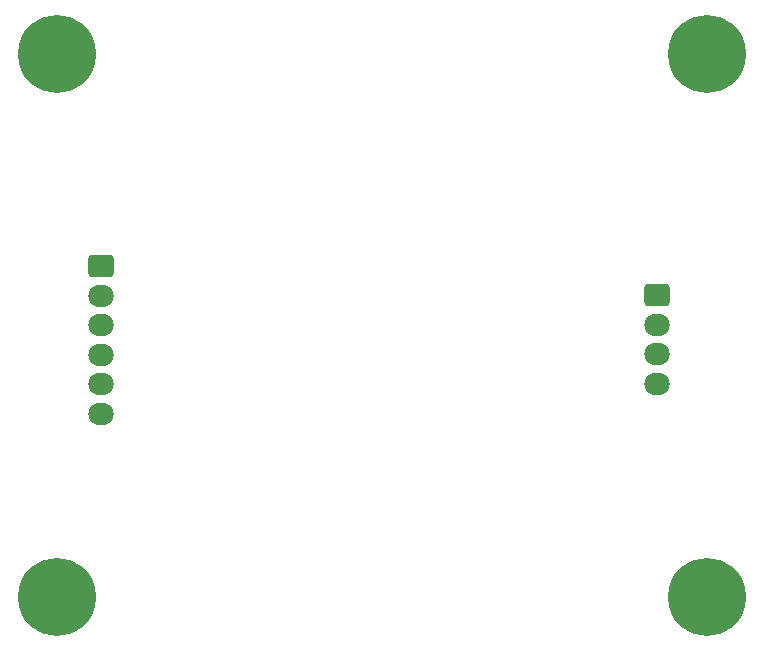
<source format=gbr>
%TF.GenerationSoftware,KiCad,Pcbnew,(6.0.9)*%
%TF.CreationDate,2023-02-07T16:56:14+01:00*%
%TF.ProjectId,driver_stepper_motor,64726976-6572-45f7-9374-65707065725f,2*%
%TF.SameCoordinates,Original*%
%TF.FileFunction,Soldermask,Bot*%
%TF.FilePolarity,Negative*%
%FSLAX46Y46*%
G04 Gerber Fmt 4.6, Leading zero omitted, Abs format (unit mm)*
G04 Created by KiCad (PCBNEW (6.0.9)) date 2023-02-07 16:56:14*
%MOMM*%
%LPD*%
G01*
G04 APERTURE LIST*
G04 Aperture macros list*
%AMRoundRect*
0 Rectangle with rounded corners*
0 $1 Rounding radius*
0 $2 $3 $4 $5 $6 $7 $8 $9 X,Y pos of 4 corners*
0 Add a 4 corners polygon primitive as box body*
4,1,4,$2,$3,$4,$5,$6,$7,$8,$9,$2,$3,0*
0 Add four circle primitives for the rounded corners*
1,1,$1+$1,$2,$3*
1,1,$1+$1,$4,$5*
1,1,$1+$1,$6,$7*
1,1,$1+$1,$8,$9*
0 Add four rect primitives between the rounded corners*
20,1,$1+$1,$2,$3,$4,$5,0*
20,1,$1+$1,$4,$5,$6,$7,0*
20,1,$1+$1,$6,$7,$8,$9,0*
20,1,$1+$1,$8,$9,$2,$3,0*%
G04 Aperture macros list end*
%ADD10C,1.000000*%
%ADD11C,6.600000*%
%ADD12RoundRect,0.350000X-0.725000X0.600000X-0.725000X-0.600000X0.725000X-0.600000X0.725000X0.600000X0*%
%ADD13O,2.150000X1.900000*%
G04 APERTURE END LIST*
D10*
%TO.C,H2*%
X62000000Y-133600000D03*
D11*
X62000000Y-136000000D03*
D10*
X62000000Y-138400000D03*
X60302944Y-134302944D03*
X60302944Y-137697056D03*
X64400000Y-136000000D03*
X63697056Y-134302944D03*
X59600000Y-136000000D03*
X63697056Y-137697056D03*
%TD*%
D12*
%TO.C,Alim+UART1*%
X65675000Y-153950000D03*
D13*
X65675000Y-156450000D03*
X65675000Y-158950000D03*
X65675000Y-161450000D03*
X65675000Y-163950000D03*
X65675000Y-166450000D03*
%TD*%
D10*
%TO.C,H4*%
X59600000Y-182000000D03*
X62000000Y-184400000D03*
X63697056Y-183697056D03*
X60302944Y-180302944D03*
D11*
X62000000Y-182000000D03*
D10*
X62000000Y-179600000D03*
X63697056Y-180302944D03*
X64400000Y-182000000D03*
X60302944Y-183697056D03*
%TD*%
D12*
%TO.C,SortieMoteur1*%
X112750000Y-156400000D03*
D13*
X112750000Y-158900000D03*
X112750000Y-161400000D03*
X112750000Y-163900000D03*
%TD*%
D10*
%TO.C,H1*%
X117000000Y-133600000D03*
X114600000Y-136000000D03*
X119400000Y-136000000D03*
X115302944Y-134302944D03*
X118697056Y-137697056D03*
D11*
X117000000Y-136000000D03*
D10*
X115302944Y-137697056D03*
X117000000Y-138400000D03*
X118697056Y-134302944D03*
%TD*%
%TO.C,H3*%
X118697056Y-180252944D03*
D11*
X117000000Y-182000000D03*
D10*
X117000000Y-184350000D03*
X119400000Y-181950000D03*
X115302944Y-180252944D03*
X118697056Y-183647056D03*
X117000000Y-179550000D03*
X114600000Y-181950000D03*
X115302944Y-183647056D03*
%TD*%
M02*

</source>
